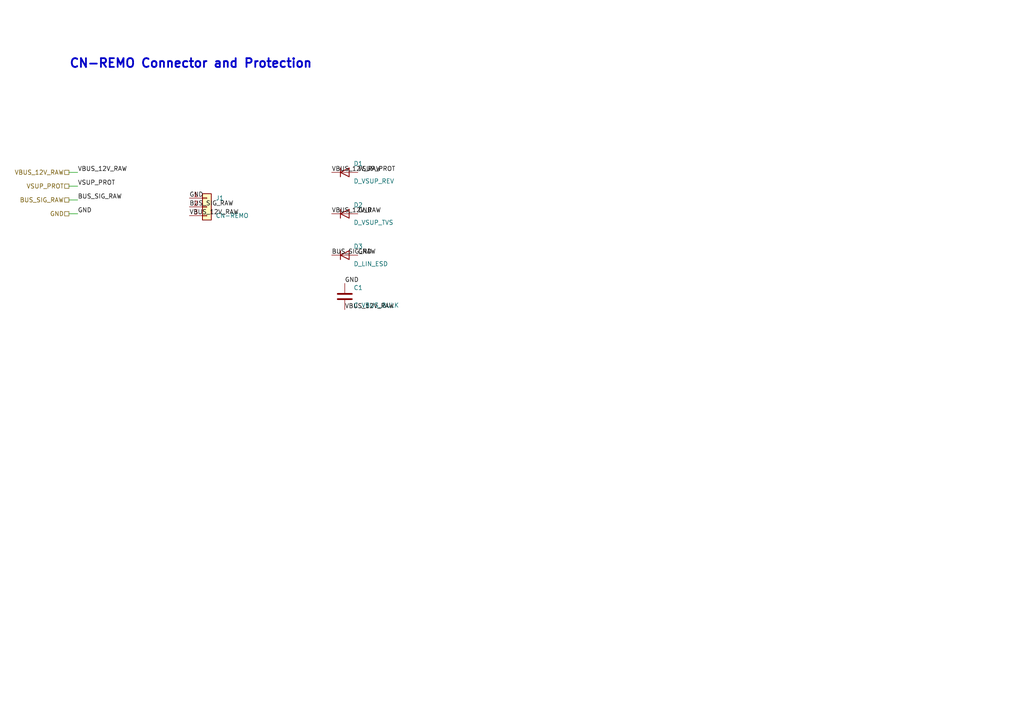
<source format=kicad_sch>
(kicad_sch (version 20250114) (generator "eeschema") (generator_version "9.0")
  (paper "A4")
  (lib_symbols
    (symbol "Connector_Generic:Conn_01x01" (pin_names (offset 1.016) (hide yes))
      (property "Reference" "J" (at 0 2.54 0))
      (property "Value" "Conn_01x01" (at 0 -2.54 0))
      (symbol "Conn_01x01_1_1"
        (rectangle (start -1.27 1.27) (end 1.27 -1.27) (stroke (width 0.254)) (fill (type background)))
        (rectangle (start -1.27 0.127) (end 0 -0.127) (stroke (width 0.1524)))
        (pin passive line (at -5.08 0 0) (length 3.81) (name "Pin_1") (number "1"))
      )
    )
    (symbol "Connector_Generic:Conn_01x03" (pin_names (offset 1.016) (hide yes))
      (property "Reference" "J" (at 0 5.08 0))
      (property "Value" "Conn_01x03" (at 0 -5.08 0))
      (symbol "Conn_01x03_1_1"
        (rectangle (start -1.27 3.81) (end 1.27 -3.81) (stroke (width 0.254)) (fill (type background)))
        (rectangle (start -1.27 2.667) (end 0 2.413) (stroke (width 0.1524)))
        (rectangle (start -1.27 0.127) (end 0 -0.127) (stroke (width 0.1524)))
        (rectangle (start -1.27 -2.413) (end 0 -2.667) (stroke (width 0.1524)))
        (pin passive line (at -5.08 2.54 0) (length 3.81) (name "Pin_1") (number "1"))
        (pin passive line (at -5.08 0 0) (length 3.81) (name "Pin_2") (number "2"))
        (pin passive line (at -5.08 -2.54 0) (length 3.81) (name "Pin_3") (number "3"))
      )
    )
    (symbol "Connector_Generic:Conn_01x05" (pin_names (offset 1.016) (hide yes))
      (property "Reference" "J" (at 0 7.62 0))
      (property "Value" "Conn_01x05" (at 0 -7.62 0))
      (symbol "Conn_01x05_1_1"
        (rectangle (start -1.27 6.35) (end 1.27 -6.35) (stroke (width 0.254)) (fill (type background)))
        (rectangle (start -1.27 5.207) (end 0 4.953) (stroke (width 0.1524)))
        (rectangle (start -1.27 2.667) (end 0 2.413) (stroke (width 0.1524)))
        (rectangle (start -1.27 0.127) (end 0 -0.127) (stroke (width 0.1524)))
        (rectangle (start -1.27 -2.413) (end 0 -2.667) (stroke (width 0.1524)))
        (rectangle (start -1.27 -4.953) (end 0 -5.207) (stroke (width 0.1524)))
        (pin passive line (at -5.08 5.08 0) (length 3.81) (name "Pin_1") (number "1"))
        (pin passive line (at -5.08 2.54 0) (length 3.81) (name "Pin_2") (number "2"))
        (pin passive line (at -5.08 0 0) (length 3.81) (name "Pin_3") (number "3"))
        (pin passive line (at -5.08 -2.54 0) (length 3.81) (name "Pin_4") (number "4"))
        (pin passive line (at -5.08 -5.08 0) (length 3.81) (name "Pin_5") (number "5"))
      )
    )
    (symbol "Device:Antenna_Chip" (pin_numbers (hide yes)) (pin_names (offset 1.016) (hide yes))
      (property "Reference" "AE" (at 0 5.08 0))
      (property "Value" "Antenna_Chip" (at 0 3.175 0))
      (symbol "Antenna_Chip_0_1"
        (polyline (pts (xy -2.54 0) (xy -2.54 -0.635)) (stroke (width 0.254)))
        (polyline (pts (xy -2.54 0) (xy -1.27 0)) (stroke (width 0.254)))
        (polyline (pts (xy -1.27 1.27) (xy -1.27 -1.27) (xy -1.27 0)) (stroke (width 0.254)))
        (polyline (pts (xy -0.635 1.27) (xy 0.635 1.27) (xy 0.635 -1.27) (xy -0.635 -1.27) (xy -0.635 1.27)) (stroke (width 0.254)))
        (polyline (pts (xy 1.27 1.27) (xy 1.27 -1.27)) (stroke (width 0.254)))
        (polyline (pts (xy 1.27 0) (xy 2.54 0)) (stroke (width 0.254)))
        (polyline (pts (xy 2.54 6.985) (xy 2.54 -1.905)) (stroke (width 0.254)))
        (polyline (pts (xy 2.54 -0.635) (xy 2.54 0)))
        (polyline (pts (xy 3.81 6.985) (xy 2.54 1.905) (xy 1.27 6.985)) (stroke (width 0.254)))
      )
      (symbol "Antenna_Chip_1_1"
        (pin input line (at -2.54 -2.54 90) (length 2.54) (name "FEED") (number "1"))
        (pin passive line (at 2.54 -2.54 90) (length 2.54) (name "PCB_Trace") (number "2"))
      )
    )
    (symbol "Device:C" (pin_numbers (hide yes)) (pin_names (offset 0.254))
      (property "Reference" "C" (at 0.635 2.54 0))
      (property "Value" "C" (at 0.635 -2.54 0))
      (symbol "C_0_1"
        (polyline (pts (xy -2.032 0.762) (xy 2.032 0.762)) (stroke (width 0.508)))
        (polyline (pts (xy -2.032 -0.762) (xy 2.032 -0.762)) (stroke (width 0.508)))
      )
      (symbol "C_1_1"
        (pin passive line (at 0 3.81 270) (length 2.794) (name "~") (number "1"))
        (pin passive line (at 0 -3.81 90) (length 2.794) (name "~") (number "2"))
      )
    )
    (symbol "Device:Crystal" (pin_numbers (hide yes)) (pin_names (offset 1.016) (hide yes))
      (property "Reference" "Y" (at 0 3.81 0))
      (property "Value" "Crystal" (at 0 -3.81 0))
      (symbol "Crystal_0_1"
        (polyline (pts (xy -2.54 0) (xy -1.905 0)))
        (polyline (pts (xy -1.905 -1.27) (xy -1.905 1.27)) (stroke (width 0.508)))
        (rectangle (start -1.143 2.54) (end 1.143 -2.54) (stroke (width 0.3048)))
        (polyline (pts (xy 1.905 -1.27) (xy 1.905 1.27)) (stroke (width 0.508)))
        (polyline (pts (xy 2.54 0) (xy 1.905 0)))
      )
      (symbol "Crystal_1_1"
        (pin passive line (at -3.81 0 0) (length 1.27) (name "1") (number "1"))
        (pin passive line (at 3.81 0 180) (length 1.27) (name "2") (number "2"))
      )
    )
    (symbol "Device:D" (pin_numbers (hide yes)) (pin_names (offset 1.016) (hide yes))
      (property "Reference" "D" (at 0 2.54 0))
      (property "Value" "D" (at 0 -2.54 0))
      (symbol "D_0_1"
        (polyline (pts (xy -1.27 1.27) (xy -1.27 -1.27)) (stroke (width 0.254)))
        (polyline (pts (xy 1.27 1.27) (xy 1.27 -1.27) (xy -1.27 0) (xy 1.27 1.27)) (stroke (width 0.254)))
        (polyline (pts (xy 1.27 0) (xy -1.27 0)))
      )
      (symbol "D_1_1"
        (pin passive line (at -3.81 0 0) (length 2.54) (name "K") (number "1"))
        (pin passive line (at 3.81 0 180) (length 2.54) (name "A") (number "2"))
      )
    )
    (symbol "Device:FerriteBead" (pin_numbers (hide yes)) (pin_names (offset 0))
      (property "Reference" "FB" (at -3.81 0.635 90))
      (property "Value" "FerriteBead" (at 3.81 0 90))
      (symbol "FerriteBead_0_1"
        (polyline (pts (xy -2.7686 0.4064) (xy -1.7018 2.2606) (xy 2.7686 -0.3048) (xy 1.6764 -2.159) (xy -2.7686 0.4064)))
        (polyline (pts (xy 0 1.27) (xy 0 1.2954)))
        (polyline (pts (xy 0 -1.27) (xy 0 -1.2192)))
      )
      (symbol "FerriteBead_1_1"
        (pin passive line (at 0 3.81 270) (length 2.54) (name "~") (number "1"))
        (pin passive line (at 0 -3.81 90) (length 2.54) (name "~") (number "2"))
      )
    )
    (symbol "Device:L" (pin_numbers (hide yes)) (pin_names (offset 1.016) (hide yes))
      (property "Reference" "L" (at -1.27 0 90))
      (property "Value" "L" (at 1.905 0 90))
      (symbol "L_0_1"
        (arc (start 0 2.54) (mid 0.6323 1.905) (end 0 1.27))
        (arc (start 0 1.27) (mid 0.6323 0.635) (end 0 0))
        (arc (start 0 0) (mid 0.6323 -0.635) (end 0 -1.27))
        (arc (start 0 -1.27) (mid 0.6323 -1.905) (end 0 -2.54))
      )
      (symbol "L_1_1"
        (pin passive line (at 0 3.81 270) (length 1.27) (name "1") (number "1"))
        (pin passive line (at 0 -3.81 90) (length 1.27) (name "2") (number "2"))
      )
    )
    (symbol "Device:R" (pin_numbers (hide yes)) (pin_names (offset 0))
      (property "Reference" "R" (at 2.032 0 90))
      (property "Value" "R" (at 0 0 90))
      (symbol "R_0_1"
        (rectangle (start -1.016 -2.54) (end 1.016 2.54) (stroke (width 0.254)))
      )
      (symbol "R_1_1"
        (pin passive line (at 0 3.81 270) (length 1.27) (name "~") (number "1"))
        (pin passive line (at 0 -3.81 90) (length 1.27) (name "~") (number "2"))
      )
    )
  )
  (text "CN-REMO Connector and Protection" (at 20 20 0) (effects (font (size 2.54 2.54) (thickness 0.508) (bold yes)) (justify left bottom)))
  (hierarchical_label "VBUS_12V_RAW" (shape passive) (at 20 50 180))
  (hierarchical_label "VSUP_PROT" (shape passive) (at 20 54 180))
  (hierarchical_label "BUS_SIG_RAW" (shape passive) (at 20 58 180))
  (hierarchical_label "GND" (shape passive) (at 20 62 180))
  (symbol (lib_id "Connector_Generic:Conn_01x03") (at 60 60 0) (unit 1)
    (property "Reference" "J1" (at 62.54 57.46 0) (effects (justify left)))
    (property "Value" "CN-REMO" (at 62.54 62.54 0) (effects (justify left)))
  )
  (symbol (lib_id "Device:D") (at 100 50 0) (unit 1)
    (property "Reference" "D1" (at 102.54 47.46 0) (effects (justify left)))
    (property "Value" "D_VSUP_REV" (at 102.54 52.54 0) (effects (justify left)))
  )
  (symbol (lib_id "Device:D") (at 100 62 0) (unit 1)
    (property "Reference" "D2" (at 102.54 59.46 0) (effects (justify left)))
    (property "Value" "D_VSUP_TVS" (at 102.54 64.54 0) (effects (justify left)))
  )
  (symbol (lib_id "Device:D") (at 100 74 0) (unit 1)
    (property "Reference" "D3" (at 102.54 71.46 0) (effects (justify left)))
    (property "Value" "D_LIN_ESD" (at 102.54 76.54 0) (effects (justify left)))
  )
  (symbol (lib_id "Device:C") (at 100 86 0) (unit 1)
    (property "Reference" "C1" (at 102.54 83.46 0) (effects (justify left)))
    (property "Value" "C_VBUS_BULK" (at 102.54 88.54 0) (effects (justify left)))
  )
  (label "VBUS_12V_RAW" (at 54.92 62.54 0))
  (label "BUS_SIG_RAW" (at 54.92 60 0))
  (label "GND" (at 54.92 57.46 0))
  (label "VBUS_12V_RAW" (at 96.19 50 0))
  (label "VSUP_PROT" (at 103.81 50 0))
  (label "VBUS_12V_RAW" (at 96.19 62 0))
  (label "GND" (at 103.81 62 0))
  (label "BUS_SIG_RAW" (at 96.19 74 0))
  (label "GND" (at 103.81 74 0))
  (label "VBUS_12V_RAW" (at 100 89.81 0))
  (label "GND" (at 100 82.19 0))
  (wire (pts (xy 20 50) (xy 22.54 50)))
  (label "VBUS_12V_RAW" (at 22.54 50 0))
  (wire (pts (xy 20 54) (xy 22.54 54)))
  (label "VSUP_PROT" (at 22.54 54 0))
  (wire (pts (xy 20 58) (xy 22.54 58)))
  (label "BUS_SIG_RAW" (at 22.54 58 0))
  (wire (pts (xy 20 62) (xy 22.54 62)))
  (label "GND" (at 22.54 62 0))
)
</source>
